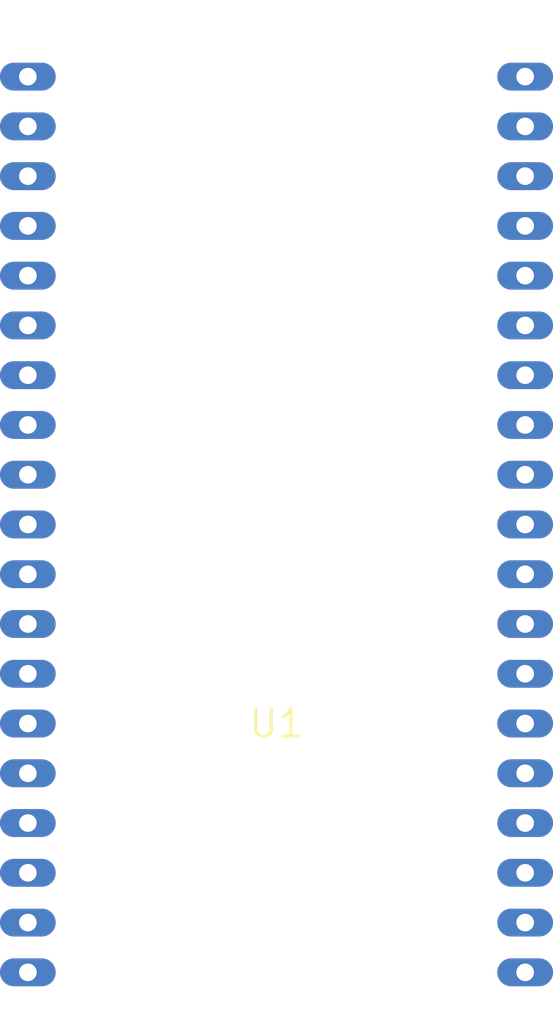
<source format=kicad_pcb>
(kicad_pcb (version 20221018) (generator pcbnew)
  (layers (0 "F.Cu" signal) (31 "B.Cu" signal) (34 "B.Paste" user) (35 "F.Paste" user) (36 "B.SilkS" user "B.Silkscreen") (37 "F.SilkS" user "F.Silkscreen") (38 "B.Mask" user) (39 "F.Mask" user) (44 "Edge.Cuts" user))
  (net 0 "")
  (footprint "infinity_mirror:NODEMCU32S" (layer "F.Cu") (at 92.837 64.008)
    (fp_text reference "U1" (at 0 10.16 180) (layer "F.SilkS") (effects (font (size 1.4 1.4))))
    (fp_text value "NODEMCU32S")
    (pad "3V3" thru_hole oval (at -12.7 -22.86) (size 2.8448 1.4224) (drill 0.9) (layers "*.Cu" "*.Mask"))
    (pad "EN" thru_hole oval (at -12.7 -20.32) (size 2.8448 1.4224) (drill 0.9) (layers "*.Cu" "*.Mask"))
    (pad "GND" thru_hole oval (at -12.7 10.16) (size 2.8448 1.4224) (drill 0.9) (layers "*.Cu" "*.Mask"))
    (pad "GND" thru_hole oval (at 12.7 -22.86) (size 2.8448 1.4224) (drill 0.9) (layers "*.Cu" "*.Mask"))
    (pad "GND" thru_hole oval (at 12.7 -7.62) (size 2.8448 1.4224) (drill 0.9) (layers "*.Cu" "*.Mask"))
    (pad "GPIO0" thru_hole oval (at 12.7 10.16) (size 2.8448 1.4224) (drill 0.9) (layers "*.Cu" "*.Mask"))
    (pad "GPIO2" thru_hole oval (at 12.7 12.7) (size 2.8448 1.4224) (drill 0.9) (layers "*.Cu" "*.Mask"))
    (pad "GPIO4" thru_hole oval (at 12.7 7.62) (size 2.8448 1.4224) (drill 0.9) (layers "*.Cu" "*.Mask"))
    (pad "GPIO5" thru_hole oval (at 12.7 0) (size 2.8448 1.4224) (drill 0.9) (layers "*.Cu" "*.Mask"))
    (pad "GPIO6" thru_hole oval (at 12.7 22.86) (size 2.8448 1.4224) (drill 0.9) (layers "*.Cu" "*.Mask"))
    (pad "GPIO7" thru_hole oval (at 12.7 20.32) (size 2.8448 1.4224) (drill 0.9) (layers "*.Cu" "*.Mask"))
    (pad "GPIO8" thru_hole oval (at 12.7 17.78) (size 2.8448 1.4224) (drill 0.9) (layers "*.Cu" "*.Mask"))
    (pad "GPIO9" thru_hole oval (at -12.7 15.24) (size 2.8448 1.4224) (drill 0.9) (layers "*.Cu" "*.Mask"))
    (pad "GPIO10" thru_hole oval (at -12.7 17.78) (size 2.8448 1.4224) (drill 0.9) (layers "*.Cu" "*.Mask"))
    (pad "GPIO11" thru_hole oval (at -12.7 20.32) (size 2.8448 1.4224) (drill 0.9) (layers "*.Cu" "*.Mask"))
    (pad "GPIO12" thru_hole oval (at -12.7 7.62) (size 2.8448 1.4224) (drill 0.9) (layers "*.Cu" "*.Mask"))
    (pad "GPIO13" thru_hole oval (at -12.7 12.7) (size 2.8448 1.4224) (drill 0.9) (layers "*.Cu" "*.Mask"))
    (pad "GPIO14" thru_hole oval (at -12.7 5.08) (size 2.8448 1.4224) (drill 0.9) (layers "*.Cu" "*.Mask"))
    (pad "GPIO15" thru_hole oval (at 12.7 15.24) (size 2.8448 1.4224) (drill 0.9) (layers "*.Cu" "*.Mask"))
    (pad "GPIO16" thru_hole oval (at 12.7 5.08) (size 2.8448 1.4224) (drill 0.9) (layers "*.Cu" "*.Mask"))
    (pad "GPIO17" thru_hole oval (at 12.7 2.54) (size 2.8448 1.4224) (drill 0.9) (layers "*.Cu" "*.Mask"))
    (pad "GPIO18" thru_hole oval (at 12.7 -2.54) (size 2.8448 1.4224) (drill 0.9) (layers "*.Cu" "*.Mask"))
    (pad "GPIO19" thru_hole oval (at 12.7 -5.08) (size 2.8448 1.4224) (drill 0.9) (layers "*.Cu" "*.Mask"))
    (pad "GPIO21" thru_hole oval (at 12.7 -10.16) (size 2.8448 1.4224) (drill 0.9) (layers "*.Cu" "*.Mask"))
    (pad "GPIO22" thru_hole oval (at 12.7 -17.78) (size 2.8448 1.4224) (drill 0.9) (layers "*.Cu" "*.Mask"))
    (pad "GPIO23" thru_hole oval (at 12.7 -20.32) (size 2.8448 1.4224) (drill 0.9) (layers "*.Cu" "*.Mask"))
    (pad "GPIO25" thru_hole oval (at -12.7 -2.54) (size 2.8448 1.4224) (drill 0.9) (layers "*.Cu" "*.Mask"))
    (pad "GPIO26" thru_hole oval (at -12.7 0) (size 2.8448 1.4224) (drill 0.9) (layers "*.Cu" "*.Mask"))
    (pad "GPIO27" thru_hole oval (at -12.7 2.54) (size 2.8448 1.4224) (drill 0.9) (layers "*.Cu" "*.Mask"))
    (pad "GPIO32" thru_hole oval (at -12.7 -7.62) (size 2.8448 1.4224) (drill 0.9) (layers "*.Cu" "*.Mask"))
    (pad "GPIO33" thru_hole oval (at -12.7 -5.08) (size 2.8448 1.4224) (drill 0.9) (layers "*.Cu" "*.Mask"))
    (pad "GPIO34" thru_hole oval (at -12.7 -12.7) (size 2.8448 1.4224) (drill 0.9) (layers "*.Cu" "*.Mask"))
    (pad "GPIO35" thru_hole oval (at -12.7 -10.16) (size 2.8448 1.4224) (drill 0.9) (layers "*.Cu" "*.Mask"))
    (pad "GPIO36" thru_hole oval (at -12.7 -17.78) (size 2.8448 1.4224) (drill 0.9) (layers "*.Cu" "*.Mask"))
    (pad "GPIO39" thru_hole oval (at -12.7 -15.24) (size 2.8448 1.4224) (drill 0.9) (layers "*.Cu" "*.Mask"))
    (pad "RX0" thru_hole oval (at 12.7 -12.7) (size 2.8448 1.4224) (drill 0.9) (layers "*.Cu" "*.Mask"))
    (pad "TX0" thru_hole oval (at 12.7 -15.24) (size 2.8448 1.4224) (drill 0.9) (layers "*.Cu" "*.Mask"))
    (pad "VIN" thru_hole oval (at -12.7 22.86) (size 2.8448 1.4224) (drill 0.9) (layers "*.Cu" "*.Mask"))
  )
)
</source>
